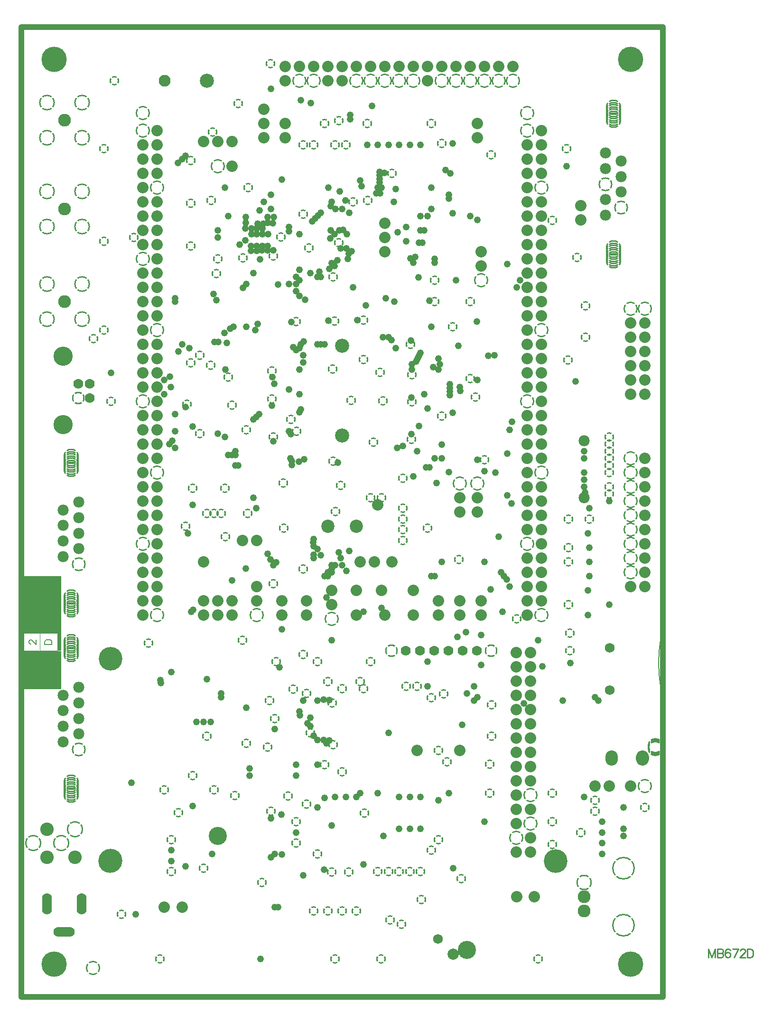
<source format=gbr>
%FSTAX23Y23*%
%MOIN*%
%SFA1B1*%

%IPPOS*%
%AMD177*
1,1,0.110000,0.000000,0.000000*
1,0,0.090000,0.000000,0.000000*
4,0,4,-0.038800,0.046000,-0.045900,0.038900,0.038900,-0.045900,0.046000,-0.038800,-0.038800,0.046000,0.0*
4,0,4,0.038900,0.046000,-0.045900,-0.038800,-0.038800,-0.045900,0.046000,0.038900,0.038900,0.046000,0.0*
%
%AMD178*
1,1,0.160000,0.000000,0.000000*
1,0,0.140000,0.000000,0.000000*
4,0,4,-0.056500,0.063700,-0.063600,0.056600,0.056600,-0.063600,0.063700,-0.056500,-0.056500,0.063700,0.0*
4,0,4,0.056600,0.063700,-0.063600,-0.056500,-0.056500,-0.063600,0.063700,0.056600,0.056600,0.063700,0.0*
%
%AMD179*
1,1,0.090000,0.000000,0.000000*
1,0,0.070000,0.000000,0.000000*
4,0,4,-0.031800,0.038900,-0.038800,0.031900,0.031900,-0.038800,0.038900,-0.031800,-0.031800,0.038900,0.0*
4,0,4,0.031900,0.038900,-0.038800,-0.031800,-0.031800,-0.038800,0.038900,0.031900,0.031900,0.038900,0.0*
%
%AMD183*
1,1,0.098000,0.000000,0.000000*
1,0,0.078000,0.000000,0.000000*
4,0,4,-0.034600,0.041800,-0.041700,0.034700,0.034700,-0.041700,0.041800,-0.034600,-0.034600,0.041800,0.0*
4,0,4,0.034700,0.041800,-0.041700,-0.034600,-0.034600,-0.041700,0.041800,0.034700,0.034700,0.041800,0.0*
%
%AMD185*
1,1,0.111000,0.000000,0.000000*
1,0,0.091000,0.000000,0.000000*
4,0,4,-0.039200,0.046400,-0.046300,0.039300,0.039300,-0.046300,0.046400,-0.039200,-0.039200,0.046400,0.0*
4,0,4,0.039300,0.046400,-0.046300,-0.039200,-0.039200,-0.046300,0.046400,0.039300,0.039300,0.046400,0.0*
%
%AMD186*
1,1,0.111000,0.000000,0.000000*
1,0,0.091000,0.000000,0.000000*
4,0,4,-0.039200,0.046400,-0.046300,0.039300,0.039300,-0.046300,0.046400,-0.039200,-0.039200,0.046400,0.0*
4,0,4,0.039300,0.046400,-0.046300,-0.039200,-0.039200,-0.046300,0.046400,0.039300,0.039300,0.046400,0.0*
%
%AMD187*
1,1,0.100000,0.000000,0.000000*
1,0,0.080000,0.000000,0.000000*
4,0,4,-0.035300,0.042500,-0.042400,0.035400,0.035400,-0.042400,0.042500,-0.035300,-0.035300,0.042500,0.0*
4,0,4,0.035400,0.042500,-0.042400,-0.035300,-0.035300,-0.042400,0.042500,0.035400,0.035400,0.042500,0.0*
%
%AMD192*
1,1,0.115000,0.000000,0.000000*
1,0,0.095000,0.000000,0.000000*
4,0,4,-0.040600,0.047800,-0.047700,0.040700,0.040700,-0.047700,0.047800,-0.040600,-0.040600,0.047800,0.0*
4,0,4,0.040700,0.047800,-0.047700,-0.040600,-0.040600,-0.047700,0.047800,0.040700,0.040700,0.047800,0.0*
%
%AMD200*
1,1,0.107000,0.000000,0.000000*
1,0,0.087000,0.000000,0.000000*
4,0,4,-0.037800,0.045000,-0.044900,0.037900,0.037900,-0.044900,0.045000,-0.037800,-0.037800,0.045000,0.0*
4,0,4,0.037900,0.045000,-0.044900,-0.037800,-0.037800,-0.044900,0.045000,0.037900,0.037900,0.045000,0.0*
%
%AMD203*
1,1,0.068000,0.000000,0.000000*
1,0,0.048000,0.000000,0.000000*
4,0,4,-0.024000,0.031200,-0.031100,0.024100,0.024100,-0.031100,0.031200,-0.024000,-0.024000,0.031200,0.0*
4,0,4,0.024100,0.031200,-0.031100,-0.024000,-0.024000,-0.031100,0.031200,0.024100,0.024100,0.031200,0.0*
%
%ADD11C,0.010000*%
%ADD58C,0.005000*%
%ADD59C,0.008000*%
%ADD74C,0.080000*%
%ADD98C,0.004000*%
%ADD172C,0.040000*%
%ADD173R,0.300000X0.400000*%
%ADD174R,0.025000X0.125000*%
%ADD175R,0.300000X0.270000*%
%ADD176C,0.070000*%
%ADD177D177*%
%ADD178D178*%
%ADD179D179*%
%ADD180C,0.166000*%
%ADD181C,0.099000*%
%ADD182C,0.078000*%
%ADD183D183*%
%ADD184C,0.090000*%
%ADD185D185*%
%ADD186D186*%
%ADD187D187*%
%ADD188C,0.166000*%
%ADD189C,0.166000*%
%ADD190C,0.093000*%
%ADD191C,0.178000*%
%ADD192D192*%
%ADD193C,0.095000*%
%ADD194C,0.135000*%
%ADD195C,0.068000*%
%ADD196C,0.079000*%
%ADD197C,0.127000*%
%ADD198C,0.083000*%
%ADD199C,0.087000*%
%ADD200D200*%
%ADD201C,0.095000*%
%ADD202C,0.068000*%
%ADD203D203*%
%ADD204C,0.048000*%
%LNmb672d-1*%
%LPD*%
G54D11*
X04599Y00107D02*
Y00047D01*
Y00107D02*
X04622Y00047D01*
X04645Y00107D02*
X04622Y00047D01*
X04645Y00107D02*
Y00047D01*
X04662Y00107D02*
Y00047D01*
Y00107D02*
X04688D01*
X04696Y00104*
X04699Y00101*
X04702Y00096*
Y0009*
X04699Y00084*
X04696Y00081*
X04688Y00078*
X04662D02*
X04688D01*
X04696Y00076*
X04699Y00073*
X04702Y00067*
Y00058*
X04699Y00053*
X04696Y0005*
X04688Y00047*
X04662*
X0475Y00098D02*
X04747Y00104D01*
X04738Y00107*
X04732*
X04724Y00104*
X04718Y00096*
X04715Y00081*
Y00067*
X04718Y00056*
X04724Y0005*
X04732Y00047*
X04735*
X04744Y0005*
X0475Y00056*
X04752Y00064*
Y00067*
X0475Y00076*
X04744Y00081*
X04735Y00084*
X04732*
X04724Y00081*
X04718Y00076*
X04715Y00067*
X04806Y00107D02*
X04777Y00047D01*
X04766Y00107D02*
X04806D01*
X04822Y00093D02*
Y00096D01*
X04825Y00101*
X04828Y00104*
X04833Y00107*
X04845*
X0485Y00104*
X04853Y00101*
X04856Y00096*
Y0009*
X04853Y00084*
X04848Y00076*
X04819Y00047*
X04859*
X04872Y00107D02*
Y00047D01*
Y00107D02*
X04892D01*
X04901Y00104*
X04907Y00098*
X0491Y00093*
X04912Y00084*
Y0007*
X0491Y00061*
X04907Y00056*
X04901Y0005*
X04892Y00047*
X04872*
G54D58*
X04275Y02361D02*
D01*
X0426Y02279*
X04252Y02197*
X04249Y02115*
X04251Y02033*
X0426Y01951*
X04275Y0187*
Y02361D02*
Y06575D01*
Y-00225D02*
Y0187D01*
X-00225Y-00225D02*
X04275D01*
X-00225Y06575D02*
X04275D01*
X-00225Y-00225D02*
Y06575D01*
G54D59*
X-00163Y02247D02*
X-00165D01*
X-0017Y0225*
X-00173Y02252*
X-00175Y02257*
Y02266*
X-00173Y02271*
X-0017Y02274*
X-00165Y02276*
X-00161*
X-00156Y02274*
X-00149Y02269*
X-00125Y02245*
Y02278*
X-00065Y02245D02*
X-00015D01*
X-00065D02*
Y02262D01*
X-00063Y02269*
X-00058Y02274*
X-00053Y02276*
X-00046Y02278*
X-00034*
X-00027Y02276*
X-00022Y02274*
X-00017Y02269*
X-00015Y02262*
Y02245*
G54D74*
X039Y0125D03*
X038D03*
X03347Y00789D03*
X03247D03*
X03Y0245D03*
Y0255D03*
X00625Y0245D03*
X0415Y04D03*
X0405Y043D03*
Y04D03*
X0415Y041D03*
X0405Y044D03*
Y045D03*
X0415Y043D03*
Y044D03*
Y045D03*
X0405Y042D03*
X0415D03*
X0405Y041D03*
X03247Y01989D03*
Y01889D03*
Y01789D03*
Y01689D03*
Y01589D03*
Y01489D03*
Y01389D03*
Y01289D03*
Y01189D03*
X03347Y01989D03*
Y01889D03*
Y01789D03*
Y01689D03*
Y01589D03*
Y01489D03*
Y01389D03*
Y01289D03*
X03247Y02089D03*
X03347Y02189D03*
Y02089D03*
X03247Y02189D03*
X03347Y00889D03*
Y01089D03*
X03247Y00989D03*
Y01089D03*
X01425Y02975D03*
X02625Y062D03*
X02525Y063D03*
X02425D03*
X02325D03*
X02025D03*
Y062D03*
X01925Y063D03*
Y062D03*
X02225Y063D03*
X03025D03*
X02725D03*
X03125D03*
X03225D03*
X01725D03*
X02125D03*
X01625D03*
Y062D03*
X02825Y063D03*
X02625D03*
X02925D03*
X01825D03*
X00725Y0305D03*
X00625D03*
Y0315D03*
X00725D03*
Y0265D03*
X00625Y0255D03*
Y0265D03*
X00725Y0255D03*
X00625Y0325D03*
X00725Y0275D03*
X00625D03*
X00725Y0285D03*
X00625D03*
X00725Y0295D03*
Y0425D03*
Y0435D03*
X00625Y0365D03*
X00725D03*
X00625Y0415D03*
X00725Y0405D03*
X00625Y0355D03*
Y0435D03*
Y0405D03*
X00725Y0415D03*
Y0465D03*
X00625Y0425D03*
Y0335D03*
X00725D03*
Y0325D03*
Y0375D03*
X00625D03*
Y0445D03*
X00725Y0485D03*
X00625D03*
X00725Y0385D03*
X00625Y0465D03*
X00725Y0455D03*
Y0395D03*
X00625Y0385D03*
Y0455D03*
X00725Y0505D03*
X00625D03*
X00725Y0515D03*
X00625D03*
X00725Y0555D03*
X00625D03*
X00725Y0495D03*
X00625Y0565D03*
Y0525D03*
X00725Y0535D03*
X00625Y0575D03*
X00725D03*
Y0585D03*
Y0525D03*
Y0565D03*
X02525Y0245D03*
X02125Y02625D03*
X0285Y015D03*
X0255D03*
X016Y0245D03*
Y0255D03*
X0405Y0265D03*
X0415Y0275D03*
Y0285D03*
Y0295D03*
Y0305D03*
Y0315D03*
Y0325D03*
Y0335D03*
Y0345D03*
Y0355D03*
Y0265D03*
X0325Y00475D03*
X0405Y0125D03*
X02275Y03225D03*
X0285Y03175D03*
Y03275D03*
X0125Y05775D03*
X0105D03*
X0115D03*
X01775Y0255D03*
Y0245D03*
X02125D03*
X03375Y00475D03*
X02325Y0245D03*
X02525Y02625D03*
X0215Y02825D03*
X0225D03*
X0285Y0255D03*
X00775Y004D03*
X03Y05D03*
Y049D03*
X023Y02625D03*
X0285Y0245D03*
X0105D03*
X0115D03*
X0105Y0255D03*
X0125Y0245D03*
Y0255D03*
X037Y05325D03*
Y05225D03*
X027Y0255D03*
Y0245D03*
X02375Y02825D03*
X02975Y059D03*
Y058D03*
X01475Y06D03*
Y058D03*
Y059D03*
X0125Y056D03*
X0105Y02825D03*
X02975Y03175D03*
Y03275D03*
X01425Y0265D03*
Y0255D03*
X02325Y052D03*
Y05D03*
Y051D03*
X0195Y02625D03*
Y02525D03*
X009Y004D03*
X03325Y0245D03*
Y0365D03*
X03425Y0315D03*
Y0325D03*
X03325Y0415D03*
X03425D03*
X03325Y0425D03*
X03425D03*
X03325Y0315D03*
X03425Y0485D03*
Y0525D03*
X03325D03*
Y0445D03*
X03425Y0455D03*
X03325D03*
Y0465D03*
X03425D03*
X03325Y0505D03*
X03425Y0515D03*
X03325D03*
Y0285D03*
X03425Y0295D03*
Y0275D03*
X03325Y0375D03*
X03425D03*
X03325Y0385D03*
X03425D03*
Y0395D03*
X03325Y0405D03*
X03425Y0555D03*
X03325D03*
X03425Y0565D03*
X03325D03*
X03425Y0535D03*
Y0575D03*
Y0305D03*
X03325Y0335D03*
Y0355D03*
X03425Y0335D03*
X03325Y0485D03*
X03425Y0585D03*
X03325Y0575D03*
X03425Y0495D03*
Y0505D03*
Y0365D03*
Y0475D03*
X03325D03*
Y0325D03*
Y0305D03*
Y0275D03*
Y0255D03*
X03425Y0405D03*
Y0265D03*
X03325D03*
X03425Y0255D03*
X01625Y058D03*
Y059D03*
X03425Y0355D03*
Y0285D03*
X00625Y0535D03*
X03325Y0345D03*
X00725Y0355D03*
X03325Y0435D03*
X03425D03*
X00625Y0545D03*
X00725Y0475D03*
X00625D03*
X03325Y0545D03*
Y0535D03*
X00625Y0345D03*
X03325Y0495D03*
X0115Y0255D03*
X01325Y02975D03*
G54D98*
X00025Y0195D02*
Y02075D01*
X-00225Y0195D02*
Y02075D01*
X-001Y0195D02*
Y02075D01*
X-00225Y0245D02*
X-001D01*
X-00225Y02325D02*
X-001D01*
X-00225Y022D02*
X-00105D01*
X-00225Y02075D02*
X-001D01*
Y02575*
X-00225D02*
X-001D01*
X-00225Y02075D02*
Y02575D01*
X-001Y02075D02*
X00025D01*
Y02575*
X-001D02*
X00025D01*
X-001Y0245D02*
X00025D01*
X-001Y02325D02*
X00025D01*
X-001Y022D02*
X00025D01*
X-00105Y02075D02*
X-001D01*
G54D172*
X-00228Y-00228D02*
Y06577D01*
X04278*
Y-00228D02*
Y06577D01*
X-00228Y-00228D02*
X04278D01*
G54D173*
X-001Y02525D03*
G54D174*
X-00237Y02263D03*
X00038D03*
G54D175*
X-001Y02065D03*
G54D176*
X02771Y022D03*
X02671D03*
X02871D03*
X02471D03*
X02571D03*
X02971D03*
X-0005Y00445D03*
Y00405D03*
Y00465D03*
Y00385D03*
Y00425D03*
X00092Y00228D03*
X00052D03*
X00112D03*
X00032D03*
X00072D03*
X00194Y00445D03*
Y00405D03*
Y00465D03*
Y00385D03*
Y00425D03*
X0025Y04073D03*
X0017D03*
X0025Y03975D03*
G54D177*
X0012Y03518D03*
Y03488D03*
Y03563D03*
Y03518D03*
Y03503D03*
Y03473D03*
Y03548D03*
Y03533D03*
Y02532D03*
Y02502D03*
Y02577D03*
Y02532D03*
Y02517D03*
Y02487D03*
Y02562D03*
Y02547D03*
Y01247D03*
Y01262D03*
Y01187D03*
Y01217D03*
Y01232D03*
Y01277D03*
Y01202D03*
Y01232D03*
Y02233D03*
Y02248D03*
Y02173D03*
Y02203D03*
Y02218D03*
Y02263D03*
Y02188D03*
Y02218D03*
X0393Y05953D03*
Y05938D03*
Y06013D03*
Y05983D03*
Y05968D03*
Y05923D03*
Y05998D03*
Y05968D03*
Y04967D03*
Y04952D03*
Y05027D03*
Y04997D03*
Y04982D03*
Y04937D03*
Y05012D03*
Y04982D03*
X03725Y00575D03*
G54D178*
X04Y00275D03*
Y00675D03*
G54D179*
X02371Y022D03*
X03071D03*
X0017Y03975D03*
G54D180*
X00395Y00725D03*
X03525D03*
G54D181*
X02025Y0434D03*
Y0371D03*
X01073Y06201D03*
G54D182*
X00175Y02916D03*
Y03243D03*
X00065Y02862D03*
Y03189D03*
X00175Y03134D03*
Y03025D03*
X00065Y0308D03*
Y02971D03*
X00175Y01616D03*
Y01943D03*
X00065Y01562D03*
Y01889D03*
X00175Y01834D03*
Y01725D03*
X00065Y0178D03*
Y01671D03*
X03985Y05529D03*
X03875Y05366D03*
Y05257D03*
Y05584D03*
X03985Y0542D03*
Y05638D03*
X03875Y05693D03*
X03725Y03275D03*
Y03675D03*
G54D183*
X00175Y02807D03*
Y01507D03*
X03985Y05311D03*
X03875Y05475D03*
G54D184*
X00075Y053D03*
X03725Y00475D03*
Y00375D03*
X00075Y0465D03*
Y05925D03*
G54D185*
X-00048Y05423D03*
Y05177D03*
X00198D03*
Y04773D03*
Y04527D03*
X-00048D03*
Y05802D03*
X00198D03*
Y06048D03*
G54D186*
X00198Y05423D03*
X-00048Y04773D03*
Y06048D03*
G54D187*
X0405Y046D03*
X0415D03*
X03347Y01189D03*
Y00989D03*
X03247Y00889D03*
X03225Y062D03*
X03125D03*
X03025D03*
X02925D03*
X02825D03*
X02725D03*
X02525D03*
X02425D03*
X02325D03*
X02225D03*
X02125D03*
X01825D03*
X01725D03*
X0405Y0275D03*
Y0285D03*
Y0295D03*
Y0305D03*
Y0315D03*
Y0325D03*
Y0335D03*
Y0345D03*
Y0355D03*
X00625Y05975D03*
X03325D03*
X0415Y0125D03*
X0285Y03375D03*
X00625Y0395D03*
X00725Y0545D03*
Y0445D03*
X00625Y0585D03*
X00725Y0345D03*
X00625Y0295D03*
X00725Y0245D03*
X03Y048D03*
X00275Y-00025D03*
X0115Y056D03*
X02975Y03375D03*
X01425Y0245D03*
X0195Y02425D03*
X03425Y0445D03*
X03325Y0585D03*
X03425Y0245D03*
X03325Y0395D03*
X03425Y0545D03*
Y0345D03*
X03325Y0295D03*
X00625Y0495D03*
G54D188*
X03525Y00725D03*
X00398Y02144D03*
G54D189*
X00398Y00726D03*
G54D190*
X01925Y03075D03*
X02125D03*
G54D191*
X0Y0635D03*
X0405D03*
Y0D03*
X0D03*
G54D192*
X0005Y0085D03*
X00148Y00948D03*
X-00147Y0085D03*
G54D193*
X00148Y00752D03*
X-00048D03*
Y00948D03*
G54D194*
X00065Y04266D03*
Y03786D03*
G54D195*
X02697Y00178D03*
G54D196*
X02803Y00072D03*
G54D197*
X029Y001D03*
X0115Y009D03*
G54D198*
X00777Y062D03*
G54D199*
X03918Y01437D03*
Y01456D03*
X04134D03*
Y01436D03*
X03918Y01446D03*
G54D200*
X04225Y01515D03*
Y01535D03*
Y01525D03*
G54D201*
X04134Y01446D03*
G54D202*
X03905Y01925D03*
Y02222D03*
G54D203*
X0168Y0193D03*
X0154Y0267D03*
X01664Y03825D03*
X0307Y0568D03*
X01295Y0604D03*
X0096Y0564D03*
Y0534D03*
Y0504D03*
X035Y012D03*
Y01D03*
Y0084D03*
X0265Y0187D03*
X02737Y01898D03*
X027Y015D03*
X03075Y0182D03*
X0306Y01405D03*
Y012D03*
X0152Y0632D03*
X02Y0592D03*
X02625Y0306D03*
X02845Y0284D03*
X01225Y0412D03*
X011Y04205D03*
X01105Y0536D03*
X01115Y0584D03*
X01645Y0118D03*
X01271Y01183D03*
X03625Y02325D03*
X0325Y02425D03*
X00278Y0439D03*
X0035Y0445D03*
X004Y0395D03*
X03615Y02525D03*
Y02825D03*
X03625Y022D03*
X0175Y02775D03*
X0245Y0305D03*
Y03125D03*
X02675Y0465D03*
X017Y0085D03*
X02072Y00647D03*
X01952D03*
X01962Y01542D03*
X0135Y0375D03*
X0125Y03925D03*
X01977Y03178D03*
X03025Y0354D03*
X02505Y0435D03*
X01125Y03165D03*
X01075D03*
X028Y04475D03*
X02725Y0576D03*
X0265Y059D03*
X0205Y0575D03*
X01975D03*
X022Y059D03*
X019D03*
X0175Y0575D03*
X01825D03*
X02225Y03275D03*
X023D03*
X02723Y03848D03*
X02513Y03947D03*
X017Y0451D03*
X01532Y04165D03*
Y03968D03*
X0154Y037D03*
X0196Y0353D03*
X02512Y03683D03*
X02513Y04137D03*
X02173Y0452D03*
X0197Y04515D03*
X00935Y0393D03*
X01025Y03725D03*
X00975Y0334D03*
X012D03*
X00925Y03075D03*
X01205Y03D03*
X00425Y062D03*
X0035Y05725D03*
Y05075D03*
X02025Y0135D03*
X00663Y02253D03*
X01515Y0185D03*
X0155Y01725D03*
X0255Y0195D03*
X02475D03*
X02225Y02125D03*
X0215Y01985D03*
X02175Y01935D03*
X0175Y02175D03*
X0185Y02125D03*
X01925Y01985D03*
X01955Y01835D03*
X02025Y01935D03*
X019Y014D03*
X036Y05725D03*
X01825Y00375D03*
X01925D03*
X02025D03*
X02125D03*
X0265Y008D03*
X02575Y0065D03*
X025D03*
X02425D03*
X0235D03*
X02275D03*
X027Y00875D03*
X034Y00038D03*
X02297D03*
X00775Y01225D03*
X01125D03*
X00975Y01325D03*
X01075Y016D03*
X015Y01525D03*
X0185Y00775D03*
X01975Y00038D03*
X0105Y00675D03*
X00825Y00875D03*
X00873Y01065D03*
X00825Y0065D03*
X00745Y00038D03*
X00475Y0035D03*
X02925Y0411D03*
X01775Y019D03*
X017Y01D03*
X01775Y01125D03*
X0135Y0155D03*
X01525Y01075D03*
X00962Y04222D03*
X02102Y05352D03*
X01025Y04275D03*
X01325Y02275D03*
X01365Y0545D03*
X02675Y048D03*
X01327Y04957D03*
X02375Y0555D03*
X01595Y05105D03*
X0115Y0495D03*
X0196Y04825D03*
X02Y05065D03*
X0154Y04971D03*
X039Y033D03*
Y0335D03*
Y0345D03*
Y035D03*
Y0355D03*
Y036D03*
Y0365D03*
Y037D03*
X03615Y02925D03*
Y03125D03*
X0376D03*
X0245Y032D03*
X018Y01625D03*
X0245Y0341D03*
X01175Y03165D03*
X02245Y03665D03*
X0231Y03955D03*
X02292Y04153D03*
X02173Y04243D03*
X01956Y04179D03*
X01705Y0374D03*
X02089Y03956D03*
X0361Y0424D03*
X03735Y044D03*
Y0462D03*
X03675Y0496D03*
X035Y0522D03*
X01615Y0306D03*
X02015Y0336D03*
X0245Y02975D03*
X03075Y016D03*
X0218Y0106D03*
X0276Y0142D03*
X0179Y05028D03*
X02205Y0536D03*
X0114Y04849D03*
X0175Y05265D03*
X02925Y0465D03*
X0056Y051D03*
X0136Y03165D03*
X0156Y02125D03*
X0244Y0028D03*
X0236Y0031D03*
X0258Y00455D03*
X0146Y00575D03*
X037Y00925D03*
X038Y0115D03*
Y01075D03*
X0415Y011D03*
X0296Y0398D03*
X0286Y006D03*
X0161Y03378D03*
G54D204*
X00925Y05675D03*
X009Y0565D03*
X0087Y05625D03*
X02025Y028D03*
X02055Y0276D03*
X033Y0183D03*
X02869Y0168D03*
X01735Y06065D03*
X032Y0265D03*
X026Y04D03*
X00825Y0205D03*
X0241Y03625D03*
X03125Y03D03*
X03575Y0185D03*
X02775Y054D03*
Y05375D03*
X0085Y0465D03*
X02075Y029D03*
X0343Y0209D03*
X03627Y02113D03*
X0185Y02915D03*
X02675Y02725D03*
X0265D03*
X02725Y02825D03*
X019Y0435D03*
X0315Y02475D03*
X03068Y02632D03*
X0318Y027D03*
X0316Y02725D03*
X01525Y06145D03*
X00775Y04D03*
X00815Y04125D03*
X0082Y0405D03*
X03665Y0409D03*
X0375Y0245D03*
X034Y02275D03*
X03Y0231D03*
X02833Y02298D03*
X02895Y0233D03*
X03025Y02825D03*
X02Y0289D03*
X01875Y0287D03*
X02015Y0285D03*
X0182Y02962D03*
X01825Y02935D03*
Y02875D03*
X02175Y02475D03*
X01825Y0285D03*
X01975Y028D03*
X023Y025D03*
X02775Y03454D03*
X03Y021D03*
X029Y019D03*
X027Y0425D03*
X0215Y012D03*
X02125Y01175D03*
X01975D03*
X0205D03*
X019Y01168D03*
X01525Y054D03*
X01475Y0535D03*
X0232Y05555D03*
X0156Y0282D03*
X017Y04725D03*
X0154Y028D03*
X0152Y0284D03*
X015Y0288D03*
X01725Y048D03*
X0165Y04775D03*
X01863Y04862D03*
X01725Y04875D03*
X01326Y04749D03*
X0143Y04495D03*
X01446Y04946D03*
X0135Y04775D03*
Y04475D03*
X01525Y01025D03*
X0185Y014D03*
X02803Y00673D03*
X01935Y0157D03*
X01915Y0155D03*
X01895Y01575D03*
X0251Y0372D03*
X028Y0576D03*
X02525Y03425D03*
X02975Y0354D03*
X028Y0387D03*
X02975Y041D03*
X01666Y04509D03*
X01533Y04122D03*
X0153Y03922D03*
X0154Y0367D03*
X02515Y04173D03*
X0213Y0452D03*
X01929Y04516D03*
X0095Y04325D03*
X00975Y03775D03*
Y03225D03*
X01075Y02D03*
X01175Y019D03*
X0135Y018D03*
X01Y017D03*
X0295Y0195D03*
X02625D03*
X01895Y01857D03*
X01935Y01855D03*
X017Y014D03*
Y01325D03*
X036Y056D03*
X02575Y0095D03*
X025D03*
X02425D03*
X02315Y00902D03*
X03025Y01D03*
X01898Y00663D03*
X02175Y007D03*
X0145Y00038D03*
X00825Y00725D03*
Y008D03*
X00975Y0111D03*
X004Y0415D03*
X0251Y03976D03*
X0075Y01975D03*
X00545Y01275D03*
X01375Y01325D03*
Y01375D03*
X017Y00925D03*
X01597Y0105D03*
X016Y0077D03*
X0155Y0165D03*
X00575Y0035D03*
X02275Y012D03*
X02425Y01175D03*
X00775Y041D03*
X025Y01175D03*
X02575D03*
X00875Y043D03*
X009Y0435D03*
X00925Y0391D03*
X0175Y0185D03*
X012Y0545D03*
X02507Y04377D03*
X0147Y05198D03*
X01502Y05205D03*
Y05244D03*
X01545Y05245D03*
X02005Y0515D03*
X01464Y05125D03*
X01504D03*
X01425D03*
X02047Y0536D03*
X01945Y0532D03*
X02025Y053D03*
X02009Y05425D03*
X0265Y0545D03*
X01525Y053D03*
X01539Y052D03*
X01465Y05165D03*
X01928Y0545D03*
X02162Y05462D03*
X0215Y055D03*
X01461Y0501D03*
X01725Y05125D03*
X01875Y05275D03*
X01855Y05255D03*
X01835Y05235D03*
X01815Y05215D03*
X02057Y05125D03*
X0197D03*
X01425Y05164D03*
X01387Y05163D03*
X0143Y05199D03*
X01348Y05205D03*
X01345Y05163D03*
X01386Y05125D03*
X01945Y0515D03*
X0203Y05154D03*
X01348Y05245D03*
X0194Y05095D03*
X02588Y05063D03*
X024Y0544D03*
X02075Y05275D03*
X01976Y05301D03*
X02388Y05352D03*
X01465Y0504D03*
X01425D03*
X015D03*
X01345Y0508D03*
X01303Y0505D03*
X0115Y051D03*
X0219Y04625D03*
X0115Y0515D03*
X01445Y05292D03*
X01549Y04074D03*
X018Y0485D03*
X017Y04775D03*
X01385Y05008D03*
X01425Y05007D03*
X015Y05011D03*
X0154Y0501D03*
X017Y04825D03*
X01385Y0504D03*
X0195Y0492D03*
X01935Y0488D03*
X0197Y049D03*
X0199Y0494D03*
X02574Y04291D03*
X02515Y04212D03*
X02525Y04925D03*
X02265Y0541D03*
X0229D03*
X02275Y0545D03*
X023D03*
X02288Y05487D03*
Y05512D03*
X02287Y05537D03*
Y05562D03*
X0314Y0275D03*
X0376Y02925D03*
Y02825D03*
Y02725D03*
X039Y0325D03*
X03725Y0345D03*
Y0335D03*
Y034D03*
X0375Y02625D03*
Y03025D03*
X03725Y036D03*
Y0355D03*
X014Y0485D03*
X01575Y0477D03*
X0376Y032D03*
X039Y02525D03*
X0373Y0331D03*
X0175Y00625D03*
X0111Y00775D03*
X01575Y004D03*
X0155D03*
X0195Y00975D03*
X0155Y00775D03*
X01525Y0075D03*
X0185Y011D03*
X00925Y00688D03*
X0185Y0185D03*
X018Y0173D03*
X012Y037D03*
X01128Y04368D03*
X01154Y04369D03*
X01805Y06045D03*
X0271Y0421D03*
X02575Y0575D03*
X025D03*
X02425D03*
X0235D03*
X02275D03*
X022D03*
X0278Y0407D03*
Y04045D03*
Y0402D03*
Y03995D03*
X0115Y03725D03*
X0085Y04675D03*
X01238Y04462D03*
X0126Y04473D03*
X01205Y04175D03*
X02235Y06025D03*
X0112Y04705D03*
X0114Y0466D03*
X01225Y0525D03*
X01199Y04431D03*
X0275Y05575D03*
X02785Y0555D03*
X031Y0345D03*
X03275Y048D03*
X03185Y04915D03*
X0284Y0434D03*
X02775Y012D03*
X027Y0115D03*
X024Y04325D03*
X0125Y02695D03*
X0235Y044D03*
X0231D03*
X0178Y0169D03*
X018Y0167D03*
X01825Y01605D03*
X0185Y01575D03*
X02613Y03487D03*
X02675Y0355D03*
X01225Y03575D03*
X0233Y04675D03*
X02975Y01875D03*
X0165Y0374D03*
X01665Y0372D03*
X01875Y04825D03*
X0185D03*
X01725Y0469D03*
X0185Y0435D03*
X01759Y03545D03*
X01825Y02985D03*
X01725Y03875D03*
Y04325D03*
X01735Y03895D03*
Y0435D03*
X01755Y0437D03*
X01875Y0435D03*
X01349Y02776D03*
X0144Y0386D03*
X01765Y04665D03*
X0175Y04275D03*
Y04225D03*
X017Y0431D03*
X0168Y0433D03*
X01725Y04175D03*
Y04D03*
X01275Y035D03*
X01293D03*
X00749Y01995D03*
X00965Y02475D03*
X00978Y02488D03*
X0208Y0593D03*
Y0596D03*
X01602Y05508D03*
X0235Y01625D03*
X0105Y017D03*
X011D03*
X0094Y03025D03*
X0165Y05175D03*
Y05145D03*
X01415Y0445D03*
X0255Y036D03*
X0167Y03505D03*
X02639Y04657D03*
X0265Y04475D03*
X0297Y0451D03*
X0209Y05005D03*
X0239Y0465D03*
X02543Y04232D03*
X02554Y04251D03*
X02565Y0427D03*
X02015Y05025D03*
X02101Y04751D03*
X0207Y04989D03*
X0165Y04035D03*
X01585Y02085D03*
X016Y0235D03*
X01215Y0436D03*
X02054Y05025D03*
X02065Y0495D03*
X01995Y0352D03*
X0325Y0475D03*
X04Y0095D03*
Y009D03*
X0385Y0085D03*
Y00925D03*
Y01D03*
Y00775D03*
X03725Y01175D03*
X038Y01875D03*
X03825Y0185D03*
X04Y011D03*
X0195Y0535D03*
X02925Y0525D03*
X02975Y05225D03*
X0083Y03675D03*
X0081Y0365D03*
X0085Y03625D03*
Y0386D03*
Y0374D03*
X0285Y0405D03*
X02855Y04025D03*
X02825Y048D03*
X028Y0527D03*
X02675Y0495D03*
Y04925D03*
X02413Y05138D03*
X02475Y05175D03*
X02575Y0525D03*
X0265Y053D03*
X02625Y0525D03*
X02505Y04955D03*
X02563Y05063D03*
X026Y0515D03*
X02575D03*
X02537Y04963D03*
X0256Y0482D03*
X02475Y05075D03*
X02625Y039D03*
X027Y04175D03*
X02665Y0419D03*
X0237Y0438D03*
X03093Y04273D03*
X0305Y04272D03*
X03025Y03462D03*
X0125Y03575D03*
X01275D03*
Y036D03*
X0167Y0353D03*
X0166Y0355D03*
X01722Y03527D03*
X0245Y03638D03*
X02725Y0355D03*
X02688Y03378D03*
X02723Y03648D03*
X02565Y03779D03*
X03185Y0329D03*
Y03585D03*
X01726Y01749D03*
X0295Y0185D03*
X014Y03825D03*
Y03275D03*
X01725Y01775D03*
X0142Y0384D03*
Y032D03*
X03217Y03808D03*
X02638Y03487D03*
X03215Y03235D03*
X032Y0375D03*
X01915Y02575D03*
X02625Y02125D03*
X0195Y02275D03*
X019Y02725D03*
X01925D03*
Y0275D03*
X0195D03*
Y028D03*
Y02775D03*
X01174Y01875D03*
M02*
</source>
